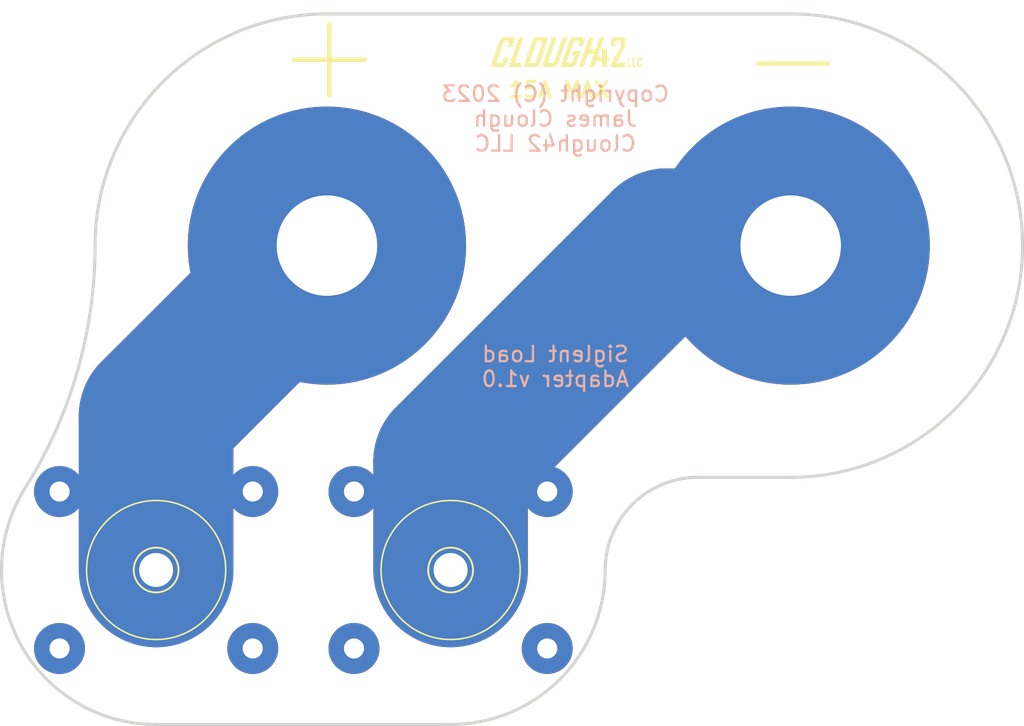
<source format=kicad_pcb>
(kicad_pcb (version 20221018) (generator pcbnew)
  (layers (0 "F.Cu" signal) (31 "B.Cu" signal) (34 "B.Paste" user) (35 "F.Paste" user) (36 "B.SilkS" user "B.Silkscreen") (37 "F.SilkS" user "F.Silkscreen") (38 "B.Mask" user) (39 "F.Mask" user) (44 "Edge.Cuts" user))
  (net 0 "")
  (net 1 "/MAIN+")
  (net 2 "/MAIN-")
  (footprint "Library-Connectors:M6_Binding_Stud" (layer "F.Cu") (at 130 100)
    (fp_text reference "H1" (at 0 -0.5 unlocked) (layer "F.SilkS") (effects (font (thickness 0.1))))
    (fp_text value "Stud")
    (pad "1" thru_hole circle (at 0 0) (size 18 18) (drill 6.5) (layers "*.Cu" "*.Mask") (net 1 "/MAIN+"))
  )
  (footprint "Library-Connectors:M6_Binding_Stud" (layer "F.Cu") (at 160 100)
    (fp_text reference "H2" (at 0 -0.5 unlocked) (layer "F.SilkS") (effects (font (thickness 0.1))))
    (fp_text value "Stud")
    (pad "1" thru_hole circle (at 0 0) (size 18 18) (drill 6.5) (layers "*.Cu" "*.Mask") (net 2 "/MAIN-"))
  )
  (footprint "Clough42Logo:Clough42Logo" (layer "F.Cu") (at 145.5 87.5)
    (fp_text reference "G***" hide)
    (fp_text value "LOGO" hide)
    (fp_poly (pts (xy 4.030615 0.33522) (xy 4.045387 0.35132) (xy 4.053874 0.389186) (xy 4.057794 0.457844) (xy 4.058869 0.566321) (xy 4.058894 0.599899) (xy 4.058894 0.867939) (xy 4.135477 0.867939) (xy 4.196277 0.879356) (xy 4.21206 0.906231) (xy 4.198396 0.930311) (xy 4.151087 0.942072) (xy 4.084422 0.944522) (xy 3.956783 0.944522) (xy 3.956783 0.638191) (xy 3.957284 0.50888) (xy 3.959727 0.42216) (xy 3.965522 0.369572) (xy 3.976079 0.342655) (xy 3.992808 0.332948) (xy 4.007839 0.331859)) (fill solid) (layer "F.SilkS"))
    (fp_poly (pts (xy 4.336947 0.33522) (xy 4.351719 0.35132) (xy 4.360205 0.389186) (xy 4.364126 0.457844) (xy 4.3652 0.566321) (xy 4.365226 0.599899) (xy 4.365226 0.867939) (xy 4.441809 0.867939) (xy 4.502608 0.879356) (xy 4.518391 0.906231) (xy 4.504727 0.930311) (xy 4.457418 0.942072) (xy 4.390753 0.944522) (xy 4.263115 0.944522) (xy 4.263115 0.638191) (xy 4.263616 0.50888) (xy 4.266059 0.42216) (xy 4.271854 0.369572) (xy 4.282411 0.342655) (xy 4.29914 0.332948) (xy 4.31417 0.331859)) (fill solid) (layer "F.SilkS"))
    (fp_poly (pts (xy -2.850648 -0.994044) (xy -2.797251 -0.990071) (xy -2.782513 -0.985831) (xy -2.79054 -0.960262) (xy -2.813338 -0.892096) (xy -2.848978 -0.786984) (xy -2.895533 -0.650577) (xy -2.951076 -0.488526) (xy -3.01368 -0.306481) (xy -3.0633 -0.162564) (xy -3.129854 0.030442) (xy -3.190777 0.207466) (xy -3.244143 0.362885) (xy -3.288027 0.49108) (xy -3.320505 0.586429) (xy -3.339651 0.643312) (xy -3.344104 0.657336) (xy -3.320472 0.660132) (xy -3.25711 0.662305) (xy -3.16534 0.663545) (xy -3.111641 0.663718) (xy -2.999885 0.665103) (xy -2.931248 0.670112) (xy -2.897847 0.680029) (xy -2.8918 0.696138) (xy -2.892835 0.699353) (xy -2.908495 0.745318) (xy -2.930821 0.816366) (xy -2.937899 0.839755) (xy -2.969288 0.944522) (xy -3.356655 0.944522) (xy -3.744022 0.944522) (xy -3.410378 -0.025528) (xy -3.076735 -0.995578) (xy -2.929624 -0.995578)) (fill solid) (layer "F.SilkS"))
    (fp_poly (pts (xy 4.870937 0.440352) (xy 4.872178 0.503649) (xy 4.857288 0.530848) (xy 4.826264 0.53608) (xy 4.785239 0.521868) (xy 4.773668 0.472261) (xy 4.761702 0.422217) (xy 4.722613 0.408442) (xy 4.698356 0.412281) (xy 4.683283 0.430276) (xy 4.675235 0.472144) (xy 4.672052 0.547603) (xy 4.671557 0.638191) (xy 4.67241 0.747347) (xy 4.676409 0.815175) (xy 4.685713 0.851392) (xy 4.702482 0.865715) (xy 4.722613 0.867939) (xy 4.762648 0.852982) (xy 4.773668 0.80412) (xy 4.78538 0.754341) (xy 4.826264 0.740301) (xy 4.86044 0.747578) (xy 4.872801 0.778777) (xy 4.870937 0.83603) (xy 4.863015 0.931759) (xy 4.728709 0.939484) (xy 4.639246 0.939571) (xy 4.591807 0.925909) (xy 4.580981 0.912231) (xy 4.576053 0.873204) (xy 4.573412 0.795663) (xy 4.573311 0.692107) (xy 4.574884 0.610937) (xy 4.582211 0.344623) (xy 4.722613 0.344623) (xy 4.863015 0.344623)) (fill solid) (layer "F.SilkS"))
    (fp_poly (pts (xy 3.510931 -0.995218) (xy 3.629234 -0.990452) (xy 3.710436 -0.975749) (xy 3.761507 -0.945579) (xy 3.789418 -0.894412) (xy 3.801141 -0.816717) (xy 3.803645 -0.706963) (xy 3.803618 -0.634549) (xy 3.803618 -0.366886) (xy 3.513836 0.142034) (xy 3.224054 0.650955) (xy 3.513836 0.658147) (xy 3.803618 0.665339) (xy 3.803618 0.804931) (xy 3.803618 0.944522) (xy 3.331356 0.944522) (xy 2.859095 0.944522) (xy 2.859095 0.855111) (xy 2.865734 0.814183) (xy 2.887182 0.753907) (xy 2.925734 0.669642) (xy 2.983689 0.556749) (xy 3.063341 0.410586) (xy 3.166987 0.226513) (xy 3.190954 0.184466) (xy 3.291154 0.008666) (xy 3.368837 -0.129226) (xy 3.426868 -0.2356) (xy 3.468113 -0.316846) (xy 3.495436 -0.379355) (xy 3.511702 -0.429517) (xy 3.519777 -0.473723) (xy 3.522525 -0.518363) (xy 3.522814 -0.555771) (xy 3.522814 -0.714774) (xy 3.34412 -0.714774) (xy 3.165427 -0.714774) (xy 3.165427 -0.548844) (xy 3.165427 -0.382915) (xy 3.025025 -0.382915) (xy 2.884623 -0.382915) (xy 2.884623 -0.646999) (xy 2.885124 -0.770347) (xy 2.891232 -0.86053) (xy 2.909852 -0.922737) (xy 2.94789 -0.962156) (xy 3.012252 -0.983976) (xy 3.109844 -0.993386) (xy 3.24757 -0.995574) (xy 3.348556 -0.995578)) (fill solid) (layer "F.SilkS"))
    (fp_poly (pts (xy -0.707154 -0.994186) (xy -0.65334 -0.990578) (xy -0.638191 -0.986665) (xy -0.646222 -0.961301) (xy -0.669029 -0.893336) (xy -0.704684 -0.788415) (xy -0.751258 -0.652182) (xy -0.806822 -0.490284) (xy -0.869448 -0.308363) (xy -0.918995 -0.164774) (xy -0.985583 0.02823) (xy -1.046531 0.205316) (xy -1.099913 0.360851) (xy -1.1438 0.4892) (xy -1.176266 0.584728) (xy -1.195382 0.641801) (xy -1.199799 0.655962) (xy -1.176372 0.6597) (xy -1.114482 0.66245) (xy -1.026722 0.663694) (xy -1.011753 0.663718) (xy -0.823707 0.663718) (xy -0.549309 -0.137283) (xy -0.482977 -0.330206) (xy -0.421307 -0.508223) (xy -0.366381 -0.665427) (xy -0.32028 -0.795914) (xy -0.285086 -0.893781) (xy -0.262879 -0.953122) (xy -0.256343 -0.968325) (xy -0.218252 -0.98619) (xy -0.13862 -0.991939) (xy -0.097084 -0.99059) (xy 0.04361 -0.982814) (xy -0.268473 -0.078096) (xy -0.352832 0.165168) (xy -0.423022 0.364345) (xy -0.48079 0.523858) (xy -0.527883 0.648131) (xy -0.566048 0.741588) (xy -0.597033 0.808653) (xy -0.622585 0.853748) (xy -0.64445 0.881298) (xy -0.649088 0.885573) (xy -0.678067 0.908176) (xy -0.709797 0.924124) (xy -0.753248 0.934574) (xy -0.81739 0.940679) (xy -0.911194 0.943596) (xy -1.043629 0.944479) (xy -1.106771 0.944522) (xy -1.281182 0.942747) (xy -1.407365 0.937288) (xy -1.488027 0.927948) (xy -1.525875 0.91453) (xy -1.526553 0.913889) (xy -1.553797 0.868237) (xy -1.557186 0.849426) (xy -1.549134 0.818354) (xy -1.526199 0.744578) (xy -1.490215 0.633632) (xy -1.443016 0.491054) (xy -1.386437 0.322378) (xy -1.32231 0.13314) (xy -1.25247 -0.071122) (xy -1.245989 -0.089991) (xy -0.934791 -0.995578) (xy -0.786491 -0.995578)) (fill solid) (layer "F.SilkS"))
    (fp_poly (pts (xy -3.659866 -0.994548) (xy -3.541073 -0.991716) (xy -3.448854 -0.987474) (xy -3.393541 -0.98221) (xy -3.3845 -0.980083) (xy -3.355208 -0.953046) (xy -3.346578 -0.898771) (xy -3.359145 -0.812104) (xy -3.393445 -0.687887) (xy -3.424565 -0.593518) (xy -3.505618 -0.357387) (xy -3.654618 -0.357387) (xy -3.734167 -0.35875) (xy -3.788227 -0.362285) (xy -3.803619 -0.366155) (xy -3.795976 -0.392969) (xy -3.77609 -0.453942) (xy -3.752563 -0.523317) (xy -3.725572 -0.605044) (xy -3.707067 -0.667344) (xy -3.701508 -0.693243) (xy -3.724843 -0.703993) (xy -3.786112 -0.711711) (xy -3.872217 -0.714771) (xy -3.875047 -0.714774) (xy -4.048586 -0.714774) (xy -4.274415 -0.057437) (xy -4.334436 0.117177) (xy -4.389357 0.27678) (xy -4.436896 0.414753) (xy -4.474772 0.524478) (xy -4.500701 0.599338) (xy -4.512401 0.632714) (xy -4.512504 0.632991) (xy -4.507492 0.650205) (xy -4.471148 0.658939) (xy -4.395769 0.660326) (xy -4.33859 0.658519) (xy -4.152418 0.650955) (xy -4.097202 0.485025) (xy -4.041987 0.319095) (xy -3.887568 0.311575) (xy -3.733148 0.304054) (xy -3.83098 0.579615) (xy -3.879561 0.706432) (xy -3.925976 0.809342) (xy -3.96559 0.87864) (xy -3.983918 0.899849) (xy -4.012225 0.91741) (xy -4.052386 0.929773) (xy -4.112917 0.937797) (xy -4.202339 0.942342) (xy -4.329171 0.944267) (xy -4.426768 0.944522) (xy -4.600931 0.942735) (xy -4.726844 0.937242) (xy -4.807193 0.927847) (xy -4.844663 0.914353) (xy -4.845146 0.913889) (xy -4.872416 0.867609) (xy -4.875779 0.848427) (xy -4.867747 0.816822) (xy -4.844923 0.742771) (xy -4.809218 0.632076) (xy -4.762541 0.490539) (xy -4.706802 0.32396) (xy -4.643911 0.138141) (xy -4.589623 -0.020789) (xy -4.50642 -0.261517) (xy -4.437035 -0.457794) (xy -4.379817 -0.613821) (xy -4.333113 -0.733801) (xy -4.295273 -0.821939) (xy -4.264646 -0.882436) (xy -4.239579 -0.919496) (xy -4.234199 -0.925377) (xy -4.205921 -0.952717) (xy -4.177985 -0.971838) (xy -4.141197 -0.984211) (xy -4.086365 -0.991304) (xy -4.004297 -0.994586) (xy -3.885799 -0.995527) (xy -3.794906 -0.995578)) (fill solid) (layer "F.SilkS"))
    (fp_poly (pts (xy 0.91771 -0.995271) (xy 1.039426 -0.991091) (xy 1.120603 -0.97815) (xy 1.166495 -0.951557) (xy 1.182357 -0.906424) (xy 1.173441 -0.837863) (xy 1.145 -0.740983) (xy 1.11659 -0.654615) (xy 1.035502 -0.408442) (xy 0.887902 -0.408442) (xy 0.808776 -0.409818) (xy 0.755207 -0.413382) (xy 0.740301 -0.41721) (xy 0.747936 -0.444056) (xy 0.767754 -0.504838) (xy 0.789981 -0.570376) (xy 0.839662 -0.714774) (xy 0.654734 -0.714774) (xy 0.469806 -0.714774) (xy 0.243977 -0.057437) (xy 0.183956 0.117177) (xy 0.129035 0.27678) (xy 0.081496 0.414753) (xy 0.04362 0.524478) (xy 0.017691 0.599338) (xy 0.005991 0.632714) (xy 0.005888 0.632991) (xy 0.010908 0.650256) (xy 0.047348 0.658978) (xy 0.122923 0.660298) (xy 0.178307 0.658519) (xy 0.362984 0.650955) (xy 0.447207 0.414824) (xy 0.531429 0.178693) (xy 0.421822 0.178693) (xy 0.312216 0.178693) (xy 0.363936 0.038291) (xy 0.415656 -0.102111) (xy 0.667325 -0.102111) (xy 0.773661 -0.101154) (xy 0.857768 -0.098577) (xy 0.908761 -0.094818) (xy 0.918994 -0.091957) (xy 0.911185 -0.065744) (xy 0.889453 0.001124) (xy 0.856344 0.100975) (xy 0.814401 0.226137) (xy 0.766169 0.368938) (xy 0.76448 0.373922) (xy 0.700243 0.558213) (xy 0.647408 0.697764) (xy 0.604043 0.797118) (xy 0.568212 0.860817) (xy 0.546071 0.887085) (xy 0.518683 0.909121) (xy 0.487678 0.924669) (xy 0.444182 0.934854) (xy 0.379319 0.940802) (xy 0.284213 0.943638) (xy 0.149991 0.944487) (xy 0.093028 0.944522) (xy -0.081383 0.942747) (xy -0.207566 0.937288) (xy -0.288228 0.927948) (xy -0.326076 0.91453) (xy -0.326754 0.913889) (xy -0.354024 0.867609) (xy -0.357387 0.848427) (xy -0.349355 0.816822) (xy -0.326531 0.742771) (xy -0.290826 0.632076) (xy -0.244149 0.490539) (xy -0.18841 0.32396) (xy -0.125519 0.138141) (xy -0.071231 -0.020789) (xy 0.011972 -0.261517) (xy 0.081357 -0.457794) (xy 0.138575 -0.613821) (xy 0.185279 -0.733801) (xy 0.223119 -0.821939) (xy 0.253746 -0.882436) (xy 0.278813 -0.919496) (xy 0.284193 -0.925377) (xy 0.353459 -0.995578) (xy 0.750203 -0.995578)) (fill solid) (layer "F.SilkS"))
    (fp_poly (pts (xy -1.526034 -0.994582) (xy -1.404931 -0.991839) (xy -1.310151 -0.987721) (xy -1.251802 -0.982597) (xy -1.240179 -0.980083) (xy -1.209487 -0.945382) (xy -1.199799 -0.89923) (xy -1.207864 -0.862693) (xy -1.2305 -0.784903) (xy -1.265377 -0.672783) (xy -1.310159 -0.533255) (xy -1.362515 -0.373243) (xy -1.42011 -0.199668) (xy -1.480612 -0.019453) (xy -1.541687 0.16048) (xy -1.601002 0.333207) (xy -1.656224 0.491807) (xy -1.705019 0.629357) (xy -1.745055 0.738935) (xy -1.773998 0.813617) (xy -1.786628 0.841837) (xy -1.83108 0.895649) (xy -1.862425 0.91841) (xy -1.908279 0.929403) (xy -1.991939 0.937449) (xy -2.102539 0.942605) (xy -2.229214 0.944929) (xy -2.361098 0.944476) (xy -2.487326 0.941304) (xy -2.597031 0.935469) (xy -2.679349 0.927029) (xy -2.723413 0.91604) (xy -2.726352 0.913889) (xy -2.753622 0.867609) (xy -2.756985 0.848427) (xy -2.748953 0.816822) (xy -2.726129 0.742771) (xy -2.690424 0.632076) (xy -2.690336 0.631809) (xy -2.393256 0.631809) (xy -2.385544 0.648989) (xy -2.342466 0.659134) (xy -2.257503 0.6634) (xy -2.212984 0.663718) (xy -2.020907 0.663718) (xy -1.980803 0.555226) (xy -1.952227 0.476003) (xy -1.913711 0.366478) (xy -1.867905 0.234468) (xy -1.817462 0.087788) (xy -1.765032 -0.065745) (xy -1.713266 -0.218317) (xy -1.664817 -0.362112) (xy -1.622335 -0.489312) (xy -1.588472 -0.592104) (xy -1.565879 -0.66267) (xy -1.557207 -0.693196) (xy -1.557186 -0.693529) (xy -1.580598 -0.703808) (xy -1.642404 -0.711352) (xy -1.729959 -0.714718) (xy -1.743489 -0.714774) (xy -1.929792 -0.714774) (xy -2.155621 -0.057437) (xy -2.215614 0.117101) (xy -2.270481 0.276558) (xy -2.317944 0.414332) (xy -2.355728 0.52382) (xy -2.381556 0.59842) (xy -2.393153 0.631528) (xy -2.393256 0.631809) (xy -2.690336 0.631809) (xy -2.643747 0.490539) (xy -2.588008 0.32396) (xy -2.525117 0.138141) (xy -2.470829 -0.020789) (xy -2.387626 -0.261517) (xy -2.318241 -0.457794) (xy -2.261023 -0.613821) (xy -2.214319 -0.733801) (xy -2.176479 -0.821939) (xy -2.145852 -0.882436) (xy -2.120785 -0.919496) (xy -2.115405 -0.925377) (xy -2.046139 -0.995578) (xy -1.663348 -0.995578)) (fill solid) (layer "F.SilkS"))
    (fp_poly (pts (xy 1.69327 -0.993783) (xy 1.746667 -0.989135) (xy 1.761407 -0.984173) (xy 1.753418 -0.957358) (xy 1.731402 -0.891011) (xy 1.698282 -0.793759) (xy 1.656984 -0.67423) (xy 1.633774 -0.607641) (xy 1.589348 -0.479348) (xy 1.551648 -0.368184) (xy 1.523617 -0.28301) (xy 1.508196 -0.232686) (xy 1.506135 -0.223367) (xy 1.529552 -0.214128) (xy 1.591403 -0.207336) (xy 1.679081 -0.204278) (xy 1.693547 -0.204221) (xy 1.880963 -0.204221) (xy 1.913426 -0.312714) (xy 1.935172 -0.380853) (xy 1.969241 -0.482417) (xy 2.010672 -0.602791) (xy 2.047761 -0.708392) (xy 2.149634 -0.995578) (xy 2.300143 -0.995578) (xy 2.380145 -0.993886) (xy 2.43473 -0.989496) (xy 2.450653 -0.984593) (xy 2.442607 -0.958502) (xy 2.419948 -0.890702) (xy 2.384895 -0.787685) (xy 2.339667 -0.655942) (xy 2.286484 -0.501965) (xy 2.233668 -0.349791) (xy 2.175177 -0.181033) (xy 2.122657 -0.028352) (xy 2.078332 0.101692) (xy 2.044428 0.202536) (xy 2.023168 0.267621) (xy 2.016683 0.290179) (xy 2.039775 0.299026) (xy 2.099339 0.304893) (xy 2.157085 0.306331) (xy 2.297487 0.306331) (xy 2.297487 0.025527) (xy 2.297487 -0.255277) (xy 2.450653 -0.255277) (xy 2.603819 -0.255277) (xy 2.603819 0.025527) (xy 2.603819 0.306331) (xy 2.667638 0.306331) (xy 2.704188 0.309976) (xy 2.72322 0.329239) (xy 2.730411 0.376614) (xy 2.731457 0.446733) (xy 2.7298 0.527145) (xy 2.721044 0.569014) (xy 2.69951 0.584835) (xy 2.667638 0.587135) (xy 2.634296 0.589763) (xy 2.615213 0.605063) (xy 2.606418 0.64416) (xy 2.603935 0.71818) (xy 2.603819 0.765829) (xy 2.603819 0.944522) (xy 2.450653 0.944522) (xy 2.297487 0.944522) (xy 2.297487 0.765829) (xy 2.297487 0.587135) (xy 2.098291 0.587135) (xy 1.899094 0.587135) (xy 1.841542 0.765829) (xy 1.78399 0.944522) (xy 1.629565 0.944522) (xy 1.544692 0.942899) (xy 1.500797 0.935847) (xy 1.48785 0.920091) (xy 1.492706 0.899849) (xy 1.514238 0.841644) (xy 1.545645 0.752427) (xy 1.583585 0.642169) (xy 1.624719 0.520846) (xy 1.665707 0.398429) (xy 1.703207 0.284892) (xy 1.73388 0.190208) (xy 1.754386 0.12435) (xy 1.761407 0.097582) (xy 1.738059 0.087221) (xy 1.67649 0.081473) (xy 1.589416 0.081432) (xy 1.578245 0.081846) (xy 1.395084 0.089347) (xy 1.249343 0.510553) (xy 1.103602 0.931759) (xy 0.951366 0.939258) (xy 0.799129 0.946757) (xy 1.133157 -0.024411) (xy 1.467185 -0.995578) (xy 1.614296 -0.995578)) (fill solid) (layer "F.SilkS"))
  )
  (footprint "Library-Connectors:Pomona_73096_4mm_Safety_jack" (layer "F.Cu") (at 118.95 121)
    (fp_text reference "J1" hide)
    (fp_text value "Banana")
    (fp_circle (center 0 0) (end 0 1.45) (stroke (width 0.12)) (fill none) (layer "F.SilkS"))
    (fp_circle (center 0 0) (end 4.5 0) (stroke (width 0.1)) (fill none) (layer "F.SilkS"))
    (pad "1" thru_hole circle (at 0 0) (size 5 5) (drill 2.2) (layers "*.Cu" "*.Mask") (net 1 "/MAIN+"))
    (pad "2" thru_hole circle (at -6.25 -5.08) (size 3.3 3.3) (drill 1.3) (layers "*.Cu" "*.Mask"))
    (pad "2" thru_hole circle (at -6.25 5.08) (size 3.3 3.3) (drill 1.3) (layers "*.Cu" "*.Mask"))
    (pad "2" thru_hole circle (at 6.25 -5.08) (size 3.3 3.3) (drill 1.3) (layers "*.Cu" "*.Mask"))
    (pad "2" thru_hole circle (at 6.25 5.08) (size 3.3 3.3) (drill 1.3) (layers "*.Cu" "*.Mask"))
  )
  (footprint "Library-Connectors:Pomona_73096_4mm_Safety_jack" (layer "F.Cu") (at 138 121)
    (fp_text reference "J2" hide)
    (fp_text value "Banana")
    (fp_circle (center 0 0) (end 0 1.45) (stroke (width 0.12)) (fill none) (layer "F.SilkS"))
    (fp_circle (center 0 0) (end 4.5 0) (stroke (width 0.1)) (fill none) (layer "F.SilkS"))
    (pad "1" thru_hole circle (at 0 0) (size 5 5) (drill 2.2) (layers "*.Cu" "*.Mask") (net 2 "/MAIN-"))
    (pad "2" thru_hole circle (at -6.25 -5.08) (size 3.3 3.3) (drill 1.3) (layers "*.Cu" "*.Mask"))
    (pad "2" thru_hole circle (at -6.25 5.08) (size 3.3 3.3) (drill 1.3) (layers "*.Cu" "*.Mask"))
    (pad "2" thru_hole circle (at 6.25 -5.08) (size 3.3 3.3) (drill 1.3) (layers "*.Cu" "*.Mask"))
    (pad "2" thru_hole circle (at 6.25 5.08) (size 3.3 3.3) (drill 1.3) (layers "*.Cu" "*.Mask"))
  )
  (gr_line (start 110.957863 114.904604) (end 110.464413 115.708987) (stroke (width 0.2)) (layer "Edge.Cuts"))
  (gr_arc (start 148 121) (mid 145.071068 128.071067) (end 138 131) (stroke (width 0.2)) (layer "Edge.Cuts"))
  (gr_arc (start 148 121) (mid 149.757359 116.757359) (end 154 115) (stroke (width 0.2)) (layer "Edge.Cuts"))
  (gr_arc (start 115 100) (mid 119.393398 89.393399) (end 130 85) (stroke (width 0.2)) (layer "Edge.Cuts"))
  (gr_arc (start 118.95 131) (mid 111.878933 128.071068) (end 108.95 121) (stroke (width 0.2)) (layer "Edge.Cuts"))
  (gr_line (start 138 131) (end 118.95 131) (stroke (width 0.2)) (layer "Edge.Cuts"))
  (gr_arc (start 160 85) (mid 175 100) (end 160 115) (stroke (width 0.2)) (layer "Edge.Cuts"))
  (gr_line (start 154 115) (end 160 115) (stroke (width 0.2)) (layer "Edge.Cuts"))
  (gr_arc (start 108.95 121) (mid 109.336055 118.248261) (end 110.464413 115.708987) (stroke (width 0.2)) (layer "Edge.Cuts"))
  (gr_line (start 160 85) (end 130 85) (stroke (width 0.2)) (layer "Edge.Cuts"))
  (gr_arc (start 115 100) (mid 113.971538 107.721498) (end 110.957863 114.904604) (stroke (width 0.2)) (layer "Edge.Cuts"))
  (gr_text "Siglent Load\nAdapter v1.0" (at 144.78 109.22) (layer "B.SilkS") (effects (font (size 1 1)) (justify bottom mirror)))
  (gr_text "Copyright (C) 2023\nJames Clough\nClough42 LLC" (at 144.78 93.98) (layer "B.SilkS") (effects (font (size 1 1)) (justify bottom mirror)))
  (gr_text "+" (at 126.25 91) (layer "F.SilkS") (effects (font (size 6 6) (thickness 0.3) bold) (justify left bottom)))
  (gr_text "15A MAX" (at 145 90.5) (layer "F.SilkS") (effects (font (size 1 1) (thickness 0.2) bold) (justify bottom)))
  (gr_text "-" (at 156.25 91.25) (layer "F.SilkS") (effects (font (size 6 6) (thickness 0.3) bold) (justify left bottom)))
  (segment (start 130 100) (end 118.95 111.05) (width 10) (layer "F.Cu") (net 1))
  (segment (start 118.95 111.05) (end 118.95 121) (width 10) (layer "F.Cu") (net 1))
  (segment (start 118.95 111.05) (end 118.95 121) (width 10) (layer "B.Cu") (net 1))
  (segment (start 130 100) (end 118.95 111.05) (width 10) (layer "B.Cu") (net 1))
  (segment (start 152 100) (end 138 114) (width 10) (layer "F.Cu") (net 2))
  (segment (start 160 100) (end 152 100) (width 10) (layer "F.Cu") (net 2))
  (segment (start 138 114) (end 138 121) (width 10) (layer "F.Cu") (net 2))
  (segment (start 152 100) (end 138 114) (width 10) (layer "B.Cu") (net 2))
  (segment (start 160 100) (end 152 100) (width 10) (layer "B.Cu") (net 2))
  (segment (start 138 114) (end 138 121) (width 10) (layer "B.Cu") (net 2))
)
</source>
